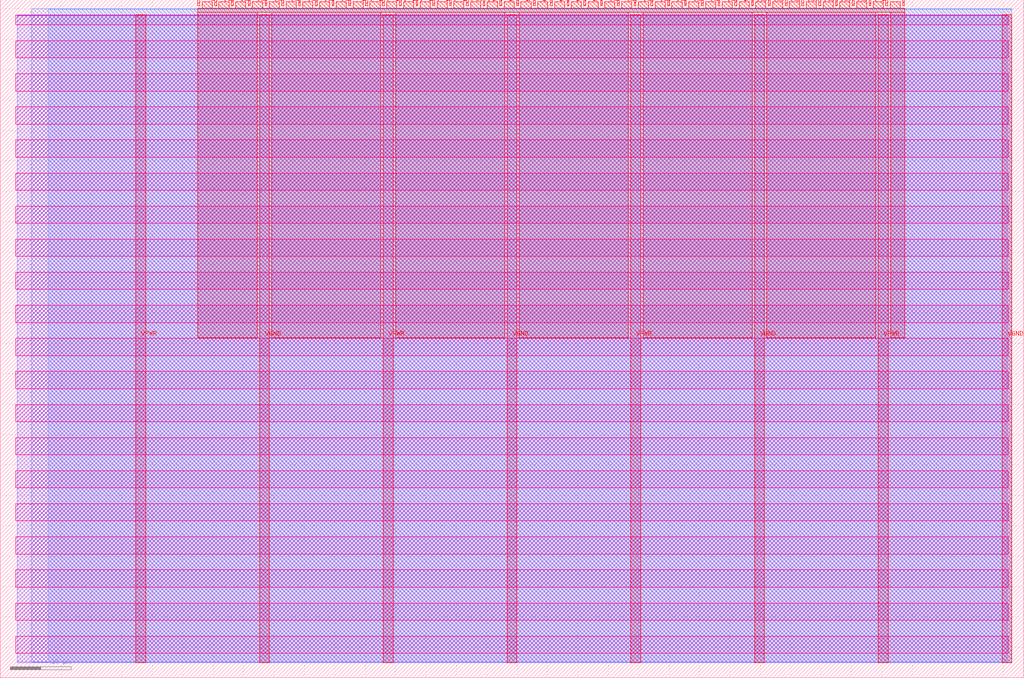
<source format=lef>
VERSION 5.7 ;
  NOWIREEXTENSIONATPIN ON ;
  DIVIDERCHAR "/" ;
  BUSBITCHARS "[]" ;
MACRO tt_um_diadatp_spigot_e_dup
  CLASS BLOCK ;
  FOREIGN tt_um_diadatp_spigot_e_dup ;
  ORIGIN 0.000 0.000 ;
  SIZE 168.360 BY 111.520 ;
  PIN VGND
    DIRECTION INOUT ;
    USE GROUND ;
    PORT
      LAYER met4 ;
        RECT 42.670 2.480 44.270 109.040 ;
    END
    PORT
      LAYER met4 ;
        RECT 83.380 2.480 84.980 109.040 ;
    END
    PORT
      LAYER met4 ;
        RECT 124.090 2.480 125.690 109.040 ;
    END
    PORT
      LAYER met4 ;
        RECT 164.800 2.480 166.400 109.040 ;
    END
  END VGND
  PIN VPWR
    DIRECTION INOUT ;
    USE POWER ;
    PORT
      LAYER met4 ;
        RECT 22.315 2.480 23.915 109.040 ;
    END
    PORT
      LAYER met4 ;
        RECT 63.025 2.480 64.625 109.040 ;
    END
    PORT
      LAYER met4 ;
        RECT 103.735 2.480 105.335 109.040 ;
    END
    PORT
      LAYER met4 ;
        RECT 144.445 2.480 146.045 109.040 ;
    END
  END VPWR
  PIN clk
    DIRECTION INPUT ;
    USE SIGNAL ;
    ANTENNAGATEAREA 0.852000 ;
    PORT
      LAYER met4 ;
        RECT 145.670 110.520 145.970 111.520 ;
    END
  END clk
  PIN ena
    DIRECTION INPUT ;
    USE SIGNAL ;
    ANTENNAGATEAREA 0.196500 ;
    PORT
      LAYER met4 ;
        RECT 148.430 110.520 148.730 111.520 ;
    END
  END ena
  PIN rst_n
    DIRECTION INPUT ;
    USE SIGNAL ;
    ANTENNAGATEAREA 0.159000 ;
    PORT
      LAYER met4 ;
        RECT 142.910 110.520 143.210 111.520 ;
    END
  END rst_n
  PIN ui_in[0]
    DIRECTION INPUT ;
    USE SIGNAL ;
    PORT
      LAYER met4 ;
        RECT 140.150 110.520 140.450 111.520 ;
    END
  END ui_in[0]
  PIN ui_in[1]
    DIRECTION INPUT ;
    USE SIGNAL ;
    PORT
      LAYER met4 ;
        RECT 137.390 110.520 137.690 111.520 ;
    END
  END ui_in[1]
  PIN ui_in[2]
    DIRECTION INPUT ;
    USE SIGNAL ;
    PORT
      LAYER met4 ;
        RECT 134.630 110.520 134.930 111.520 ;
    END
  END ui_in[2]
  PIN ui_in[3]
    DIRECTION INPUT ;
    USE SIGNAL ;
    PORT
      LAYER met4 ;
        RECT 131.870 110.520 132.170 111.520 ;
    END
  END ui_in[3]
  PIN ui_in[4]
    DIRECTION INPUT ;
    USE SIGNAL ;
    PORT
      LAYER met4 ;
        RECT 129.110 110.520 129.410 111.520 ;
    END
  END ui_in[4]
  PIN ui_in[5]
    DIRECTION INPUT ;
    USE SIGNAL ;
    PORT
      LAYER met4 ;
        RECT 126.350 110.520 126.650 111.520 ;
    END
  END ui_in[5]
  PIN ui_in[6]
    DIRECTION INPUT ;
    USE SIGNAL ;
    PORT
      LAYER met4 ;
        RECT 123.590 110.520 123.890 111.520 ;
    END
  END ui_in[6]
  PIN ui_in[7]
    DIRECTION INPUT ;
    USE SIGNAL ;
    PORT
      LAYER met4 ;
        RECT 120.830 110.520 121.130 111.520 ;
    END
  END ui_in[7]
  PIN uio_in[0]
    DIRECTION INPUT ;
    USE SIGNAL ;
    PORT
      LAYER met4 ;
        RECT 118.070 110.520 118.370 111.520 ;
    END
  END uio_in[0]
  PIN uio_in[1]
    DIRECTION INPUT ;
    USE SIGNAL ;
    PORT
      LAYER met4 ;
        RECT 115.310 110.520 115.610 111.520 ;
    END
  END uio_in[1]
  PIN uio_in[2]
    DIRECTION INPUT ;
    USE SIGNAL ;
    PORT
      LAYER met4 ;
        RECT 112.550 110.520 112.850 111.520 ;
    END
  END uio_in[2]
  PIN uio_in[3]
    DIRECTION INPUT ;
    USE SIGNAL ;
    PORT
      LAYER met4 ;
        RECT 109.790 110.520 110.090 111.520 ;
    END
  END uio_in[3]
  PIN uio_in[4]
    DIRECTION INPUT ;
    USE SIGNAL ;
    PORT
      LAYER met4 ;
        RECT 107.030 110.520 107.330 111.520 ;
    END
  END uio_in[4]
  PIN uio_in[5]
    DIRECTION INPUT ;
    USE SIGNAL ;
    PORT
      LAYER met4 ;
        RECT 104.270 110.520 104.570 111.520 ;
    END
  END uio_in[5]
  PIN uio_in[6]
    DIRECTION INPUT ;
    USE SIGNAL ;
    PORT
      LAYER met4 ;
        RECT 101.510 110.520 101.810 111.520 ;
    END
  END uio_in[6]
  PIN uio_in[7]
    DIRECTION INPUT ;
    USE SIGNAL ;
    PORT
      LAYER met4 ;
        RECT 98.750 110.520 99.050 111.520 ;
    END
  END uio_in[7]
  PIN uio_oe[0]
    DIRECTION OUTPUT TRISTATE ;
    USE SIGNAL ;
    PORT
      LAYER met4 ;
        RECT 51.830 110.520 52.130 111.520 ;
    END
  END uio_oe[0]
  PIN uio_oe[1]
    DIRECTION OUTPUT TRISTATE ;
    USE SIGNAL ;
    PORT
      LAYER met4 ;
        RECT 49.070 110.520 49.370 111.520 ;
    END
  END uio_oe[1]
  PIN uio_oe[2]
    DIRECTION OUTPUT TRISTATE ;
    USE SIGNAL ;
    PORT
      LAYER met4 ;
        RECT 46.310 110.520 46.610 111.520 ;
    END
  END uio_oe[2]
  PIN uio_oe[3]
    DIRECTION OUTPUT TRISTATE ;
    USE SIGNAL ;
    PORT
      LAYER met4 ;
        RECT 43.550 110.520 43.850 111.520 ;
    END
  END uio_oe[3]
  PIN uio_oe[4]
    DIRECTION OUTPUT TRISTATE ;
    USE SIGNAL ;
    PORT
      LAYER met4 ;
        RECT 40.790 110.520 41.090 111.520 ;
    END
  END uio_oe[4]
  PIN uio_oe[5]
    DIRECTION OUTPUT TRISTATE ;
    USE SIGNAL ;
    PORT
      LAYER met4 ;
        RECT 38.030 110.520 38.330 111.520 ;
    END
  END uio_oe[5]
  PIN uio_oe[6]
    DIRECTION OUTPUT TRISTATE ;
    USE SIGNAL ;
    PORT
      LAYER met4 ;
        RECT 35.270 110.520 35.570 111.520 ;
    END
  END uio_oe[6]
  PIN uio_oe[7]
    DIRECTION OUTPUT TRISTATE ;
    USE SIGNAL ;
    PORT
      LAYER met4 ;
        RECT 32.510 110.520 32.810 111.520 ;
    END
  END uio_oe[7]
  PIN uio_out[0]
    DIRECTION OUTPUT TRISTATE ;
    USE SIGNAL ;
    ANTENNADIFFAREA 0.445500 ;
    PORT
      LAYER met4 ;
        RECT 73.910 110.520 74.210 111.520 ;
    END
  END uio_out[0]
  PIN uio_out[1]
    DIRECTION OUTPUT TRISTATE ;
    USE SIGNAL ;
    ANTENNADIFFAREA 0.445500 ;
    PORT
      LAYER met4 ;
        RECT 71.150 110.520 71.450 111.520 ;
    END
  END uio_out[1]
  PIN uio_out[2]
    DIRECTION OUTPUT TRISTATE ;
    USE SIGNAL ;
    ANTENNADIFFAREA 0.445500 ;
    PORT
      LAYER met4 ;
        RECT 68.390 110.520 68.690 111.520 ;
    END
  END uio_out[2]
  PIN uio_out[3]
    DIRECTION OUTPUT TRISTATE ;
    USE SIGNAL ;
    ANTENNADIFFAREA 0.795200 ;
    PORT
      LAYER met4 ;
        RECT 65.630 110.520 65.930 111.520 ;
    END
  END uio_out[3]
  PIN uio_out[4]
    DIRECTION OUTPUT TRISTATE ;
    USE SIGNAL ;
    ANTENNADIFFAREA 0.795200 ;
    PORT
      LAYER met4 ;
        RECT 62.870 110.520 63.170 111.520 ;
    END
  END uio_out[4]
  PIN uio_out[5]
    DIRECTION OUTPUT TRISTATE ;
    USE SIGNAL ;
    ANTENNADIFFAREA 0.445500 ;
    PORT
      LAYER met4 ;
        RECT 60.110 110.520 60.410 111.520 ;
    END
  END uio_out[5]
  PIN uio_out[6]
    DIRECTION OUTPUT TRISTATE ;
    USE SIGNAL ;
    ANTENNADIFFAREA 0.445500 ;
    PORT
      LAYER met4 ;
        RECT 57.350 110.520 57.650 111.520 ;
    END
  END uio_out[6]
  PIN uio_out[7]
    DIRECTION OUTPUT TRISTATE ;
    USE SIGNAL ;
    ANTENNADIFFAREA 0.445500 ;
    PORT
      LAYER met4 ;
        RECT 54.590 110.520 54.890 111.520 ;
    END
  END uio_out[7]
  PIN uo_out[0]
    DIRECTION OUTPUT TRISTATE ;
    USE SIGNAL ;
    ANTENNADIFFAREA 0.445500 ;
    PORT
      LAYER met4 ;
        RECT 95.990 110.520 96.290 111.520 ;
    END
  END uo_out[0]
  PIN uo_out[1]
    DIRECTION OUTPUT TRISTATE ;
    USE SIGNAL ;
    ANTENNADIFFAREA 0.445500 ;
    PORT
      LAYER met4 ;
        RECT 93.230 110.520 93.530 111.520 ;
    END
  END uo_out[1]
  PIN uo_out[2]
    DIRECTION OUTPUT TRISTATE ;
    USE SIGNAL ;
    ANTENNADIFFAREA 0.445500 ;
    PORT
      LAYER met4 ;
        RECT 90.470 110.520 90.770 111.520 ;
    END
  END uo_out[2]
  PIN uo_out[3]
    DIRECTION OUTPUT TRISTATE ;
    USE SIGNAL ;
    ANTENNADIFFAREA 0.445500 ;
    PORT
      LAYER met4 ;
        RECT 87.710 110.520 88.010 111.520 ;
    END
  END uo_out[3]
  PIN uo_out[4]
    DIRECTION OUTPUT TRISTATE ;
    USE SIGNAL ;
    ANTENNADIFFAREA 0.445500 ;
    PORT
      LAYER met4 ;
        RECT 84.950 110.520 85.250 111.520 ;
    END
  END uo_out[4]
  PIN uo_out[5]
    DIRECTION OUTPUT TRISTATE ;
    USE SIGNAL ;
    ANTENNADIFFAREA 0.795200 ;
    PORT
      LAYER met4 ;
        RECT 82.190 110.520 82.490 111.520 ;
    END
  END uo_out[5]
  PIN uo_out[6]
    DIRECTION OUTPUT TRISTATE ;
    USE SIGNAL ;
    ANTENNADIFFAREA 0.445500 ;
    PORT
      LAYER met4 ;
        RECT 79.430 110.520 79.730 111.520 ;
    END
  END uo_out[6]
  PIN uo_out[7]
    DIRECTION OUTPUT TRISTATE ;
    USE SIGNAL ;
    ANTENNADIFFAREA 0.445500 ;
    PORT
      LAYER met4 ;
        RECT 76.670 110.520 76.970 111.520 ;
    END
  END uo_out[7]
  OBS
      LAYER nwell ;
        RECT 2.570 107.385 165.790 108.990 ;
        RECT 2.570 101.945 165.790 104.775 ;
        RECT 2.570 96.505 165.790 99.335 ;
        RECT 2.570 91.065 165.790 93.895 ;
        RECT 2.570 85.625 165.790 88.455 ;
        RECT 2.570 80.185 165.790 83.015 ;
        RECT 2.570 74.745 165.790 77.575 ;
        RECT 2.570 69.305 165.790 72.135 ;
        RECT 2.570 63.865 165.790 66.695 ;
        RECT 2.570 58.425 165.790 61.255 ;
        RECT 2.570 52.985 165.790 55.815 ;
        RECT 2.570 47.545 165.790 50.375 ;
        RECT 2.570 42.105 165.790 44.935 ;
        RECT 2.570 36.665 165.790 39.495 ;
        RECT 2.570 31.225 165.790 34.055 ;
        RECT 2.570 25.785 165.790 28.615 ;
        RECT 2.570 20.345 165.790 23.175 ;
        RECT 2.570 14.905 165.790 17.735 ;
        RECT 2.570 9.465 165.790 12.295 ;
        RECT 2.570 4.025 165.790 6.855 ;
      LAYER li1 ;
        RECT 2.760 2.635 165.600 108.885 ;
      LAYER met1 ;
        RECT 2.760 2.480 166.400 109.040 ;
      LAYER met2 ;
        RECT 5.160 2.535 166.370 110.005 ;
      LAYER met3 ;
        RECT 7.885 2.555 166.390 109.985 ;
      LAYER met4 ;
        RECT 33.210 110.120 34.870 111.170 ;
        RECT 35.970 110.120 37.630 111.170 ;
        RECT 38.730 110.120 40.390 111.170 ;
        RECT 41.490 110.120 43.150 111.170 ;
        RECT 44.250 110.120 45.910 111.170 ;
        RECT 47.010 110.120 48.670 111.170 ;
        RECT 49.770 110.120 51.430 111.170 ;
        RECT 52.530 110.120 54.190 111.170 ;
        RECT 55.290 110.120 56.950 111.170 ;
        RECT 58.050 110.120 59.710 111.170 ;
        RECT 60.810 110.120 62.470 111.170 ;
        RECT 63.570 110.120 65.230 111.170 ;
        RECT 66.330 110.120 67.990 111.170 ;
        RECT 69.090 110.120 70.750 111.170 ;
        RECT 71.850 110.120 73.510 111.170 ;
        RECT 74.610 110.120 76.270 111.170 ;
        RECT 77.370 110.120 79.030 111.170 ;
        RECT 80.130 110.120 81.790 111.170 ;
        RECT 82.890 110.120 84.550 111.170 ;
        RECT 85.650 110.120 87.310 111.170 ;
        RECT 88.410 110.120 90.070 111.170 ;
        RECT 91.170 110.120 92.830 111.170 ;
        RECT 93.930 110.120 95.590 111.170 ;
        RECT 96.690 110.120 98.350 111.170 ;
        RECT 99.450 110.120 101.110 111.170 ;
        RECT 102.210 110.120 103.870 111.170 ;
        RECT 104.970 110.120 106.630 111.170 ;
        RECT 107.730 110.120 109.390 111.170 ;
        RECT 110.490 110.120 112.150 111.170 ;
        RECT 113.250 110.120 114.910 111.170 ;
        RECT 116.010 110.120 117.670 111.170 ;
        RECT 118.770 110.120 120.430 111.170 ;
        RECT 121.530 110.120 123.190 111.170 ;
        RECT 124.290 110.120 125.950 111.170 ;
        RECT 127.050 110.120 128.710 111.170 ;
        RECT 129.810 110.120 131.470 111.170 ;
        RECT 132.570 110.120 134.230 111.170 ;
        RECT 135.330 110.120 136.990 111.170 ;
        RECT 138.090 110.120 139.750 111.170 ;
        RECT 140.850 110.120 142.510 111.170 ;
        RECT 143.610 110.120 145.270 111.170 ;
        RECT 146.370 110.120 148.030 111.170 ;
        RECT 32.495 109.440 148.745 110.120 ;
        RECT 32.495 55.935 42.270 109.440 ;
        RECT 44.670 55.935 62.625 109.440 ;
        RECT 65.025 55.935 82.980 109.440 ;
        RECT 85.380 55.935 103.335 109.440 ;
        RECT 105.735 55.935 123.690 109.440 ;
        RECT 126.090 55.935 144.045 109.440 ;
        RECT 146.445 55.935 148.745 109.440 ;
  END
END tt_um_diadatp_spigot_e_dup
END LIBRARY


</source>
